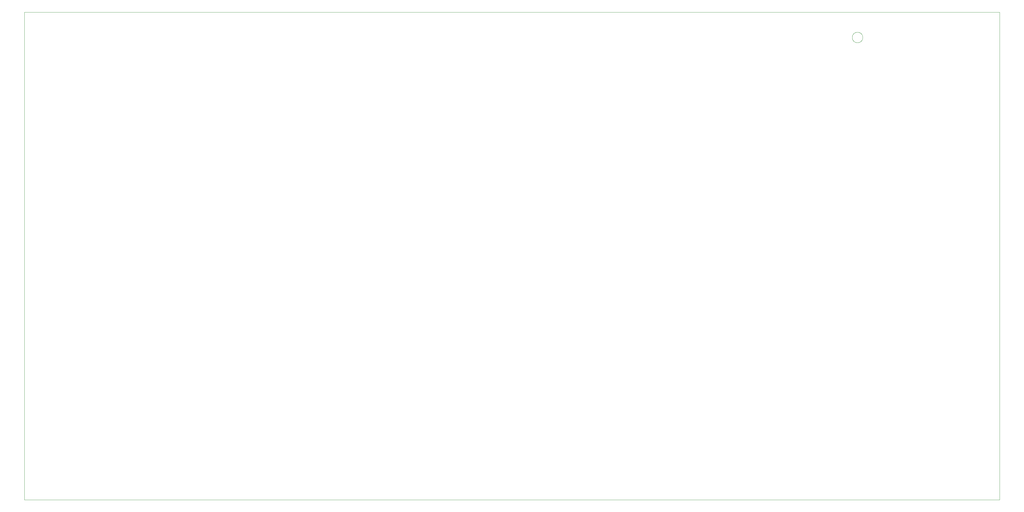
<source format=gko>
G75*
%MOIN*%
%OFA0B0*%
%FSLAX25Y25*%
%IPPOS*%
%LPD*%
%AMOC8*
5,1,8,0,0,1.08239X$1,22.5*
%
%ADD10C,0.00000*%
D10*
X0026300Y0021300D02*
X0026300Y0621300D01*
X1226300Y0621300D01*
X1226300Y0021300D01*
X0026300Y0021300D01*
X1044800Y0590300D02*
X1044802Y0590461D01*
X1044808Y0590621D01*
X1044818Y0590782D01*
X1044832Y0590942D01*
X1044850Y0591102D01*
X1044871Y0591261D01*
X1044897Y0591420D01*
X1044927Y0591578D01*
X1044960Y0591735D01*
X1044998Y0591892D01*
X1045039Y0592047D01*
X1045084Y0592201D01*
X1045133Y0592354D01*
X1045186Y0592506D01*
X1045242Y0592657D01*
X1045303Y0592806D01*
X1045366Y0592954D01*
X1045434Y0593100D01*
X1045505Y0593244D01*
X1045579Y0593386D01*
X1045657Y0593527D01*
X1045739Y0593665D01*
X1045824Y0593802D01*
X1045912Y0593936D01*
X1046004Y0594068D01*
X1046099Y0594198D01*
X1046197Y0594326D01*
X1046298Y0594451D01*
X1046402Y0594573D01*
X1046509Y0594693D01*
X1046619Y0594810D01*
X1046732Y0594925D01*
X1046848Y0595036D01*
X1046967Y0595145D01*
X1047088Y0595250D01*
X1047212Y0595353D01*
X1047338Y0595453D01*
X1047466Y0595549D01*
X1047597Y0595642D01*
X1047731Y0595732D01*
X1047866Y0595819D01*
X1048004Y0595902D01*
X1048143Y0595982D01*
X1048285Y0596058D01*
X1048428Y0596131D01*
X1048573Y0596200D01*
X1048720Y0596266D01*
X1048868Y0596328D01*
X1049018Y0596386D01*
X1049169Y0596441D01*
X1049322Y0596492D01*
X1049476Y0596539D01*
X1049631Y0596582D01*
X1049787Y0596621D01*
X1049943Y0596657D01*
X1050101Y0596688D01*
X1050259Y0596716D01*
X1050418Y0596740D01*
X1050578Y0596760D01*
X1050738Y0596776D01*
X1050898Y0596788D01*
X1051059Y0596796D01*
X1051220Y0596800D01*
X1051380Y0596800D01*
X1051541Y0596796D01*
X1051702Y0596788D01*
X1051862Y0596776D01*
X1052022Y0596760D01*
X1052182Y0596740D01*
X1052341Y0596716D01*
X1052499Y0596688D01*
X1052657Y0596657D01*
X1052813Y0596621D01*
X1052969Y0596582D01*
X1053124Y0596539D01*
X1053278Y0596492D01*
X1053431Y0596441D01*
X1053582Y0596386D01*
X1053732Y0596328D01*
X1053880Y0596266D01*
X1054027Y0596200D01*
X1054172Y0596131D01*
X1054315Y0596058D01*
X1054457Y0595982D01*
X1054596Y0595902D01*
X1054734Y0595819D01*
X1054869Y0595732D01*
X1055003Y0595642D01*
X1055134Y0595549D01*
X1055262Y0595453D01*
X1055388Y0595353D01*
X1055512Y0595250D01*
X1055633Y0595145D01*
X1055752Y0595036D01*
X1055868Y0594925D01*
X1055981Y0594810D01*
X1056091Y0594693D01*
X1056198Y0594573D01*
X1056302Y0594451D01*
X1056403Y0594326D01*
X1056501Y0594198D01*
X1056596Y0594068D01*
X1056688Y0593936D01*
X1056776Y0593802D01*
X1056861Y0593665D01*
X1056943Y0593527D01*
X1057021Y0593386D01*
X1057095Y0593244D01*
X1057166Y0593100D01*
X1057234Y0592954D01*
X1057297Y0592806D01*
X1057358Y0592657D01*
X1057414Y0592506D01*
X1057467Y0592354D01*
X1057516Y0592201D01*
X1057561Y0592047D01*
X1057602Y0591892D01*
X1057640Y0591735D01*
X1057673Y0591578D01*
X1057703Y0591420D01*
X1057729Y0591261D01*
X1057750Y0591102D01*
X1057768Y0590942D01*
X1057782Y0590782D01*
X1057792Y0590621D01*
X1057798Y0590461D01*
X1057800Y0590300D01*
X1057798Y0590139D01*
X1057792Y0589979D01*
X1057782Y0589818D01*
X1057768Y0589658D01*
X1057750Y0589498D01*
X1057729Y0589339D01*
X1057703Y0589180D01*
X1057673Y0589022D01*
X1057640Y0588865D01*
X1057602Y0588708D01*
X1057561Y0588553D01*
X1057516Y0588399D01*
X1057467Y0588246D01*
X1057414Y0588094D01*
X1057358Y0587943D01*
X1057297Y0587794D01*
X1057234Y0587646D01*
X1057166Y0587500D01*
X1057095Y0587356D01*
X1057021Y0587214D01*
X1056943Y0587073D01*
X1056861Y0586935D01*
X1056776Y0586798D01*
X1056688Y0586664D01*
X1056596Y0586532D01*
X1056501Y0586402D01*
X1056403Y0586274D01*
X1056302Y0586149D01*
X1056198Y0586027D01*
X1056091Y0585907D01*
X1055981Y0585790D01*
X1055868Y0585675D01*
X1055752Y0585564D01*
X1055633Y0585455D01*
X1055512Y0585350D01*
X1055388Y0585247D01*
X1055262Y0585147D01*
X1055134Y0585051D01*
X1055003Y0584958D01*
X1054869Y0584868D01*
X1054734Y0584781D01*
X1054596Y0584698D01*
X1054457Y0584618D01*
X1054315Y0584542D01*
X1054172Y0584469D01*
X1054027Y0584400D01*
X1053880Y0584334D01*
X1053732Y0584272D01*
X1053582Y0584214D01*
X1053431Y0584159D01*
X1053278Y0584108D01*
X1053124Y0584061D01*
X1052969Y0584018D01*
X1052813Y0583979D01*
X1052657Y0583943D01*
X1052499Y0583912D01*
X1052341Y0583884D01*
X1052182Y0583860D01*
X1052022Y0583840D01*
X1051862Y0583824D01*
X1051702Y0583812D01*
X1051541Y0583804D01*
X1051380Y0583800D01*
X1051220Y0583800D01*
X1051059Y0583804D01*
X1050898Y0583812D01*
X1050738Y0583824D01*
X1050578Y0583840D01*
X1050418Y0583860D01*
X1050259Y0583884D01*
X1050101Y0583912D01*
X1049943Y0583943D01*
X1049787Y0583979D01*
X1049631Y0584018D01*
X1049476Y0584061D01*
X1049322Y0584108D01*
X1049169Y0584159D01*
X1049018Y0584214D01*
X1048868Y0584272D01*
X1048720Y0584334D01*
X1048573Y0584400D01*
X1048428Y0584469D01*
X1048285Y0584542D01*
X1048143Y0584618D01*
X1048004Y0584698D01*
X1047866Y0584781D01*
X1047731Y0584868D01*
X1047597Y0584958D01*
X1047466Y0585051D01*
X1047338Y0585147D01*
X1047212Y0585247D01*
X1047088Y0585350D01*
X1046967Y0585455D01*
X1046848Y0585564D01*
X1046732Y0585675D01*
X1046619Y0585790D01*
X1046509Y0585907D01*
X1046402Y0586027D01*
X1046298Y0586149D01*
X1046197Y0586274D01*
X1046099Y0586402D01*
X1046004Y0586532D01*
X1045912Y0586664D01*
X1045824Y0586798D01*
X1045739Y0586935D01*
X1045657Y0587073D01*
X1045579Y0587214D01*
X1045505Y0587356D01*
X1045434Y0587500D01*
X1045366Y0587646D01*
X1045303Y0587794D01*
X1045242Y0587943D01*
X1045186Y0588094D01*
X1045133Y0588246D01*
X1045084Y0588399D01*
X1045039Y0588553D01*
X1044998Y0588708D01*
X1044960Y0588865D01*
X1044927Y0589022D01*
X1044897Y0589180D01*
X1044871Y0589339D01*
X1044850Y0589498D01*
X1044832Y0589658D01*
X1044818Y0589818D01*
X1044808Y0589979D01*
X1044802Y0590139D01*
X1044800Y0590300D01*
M02*

</source>
